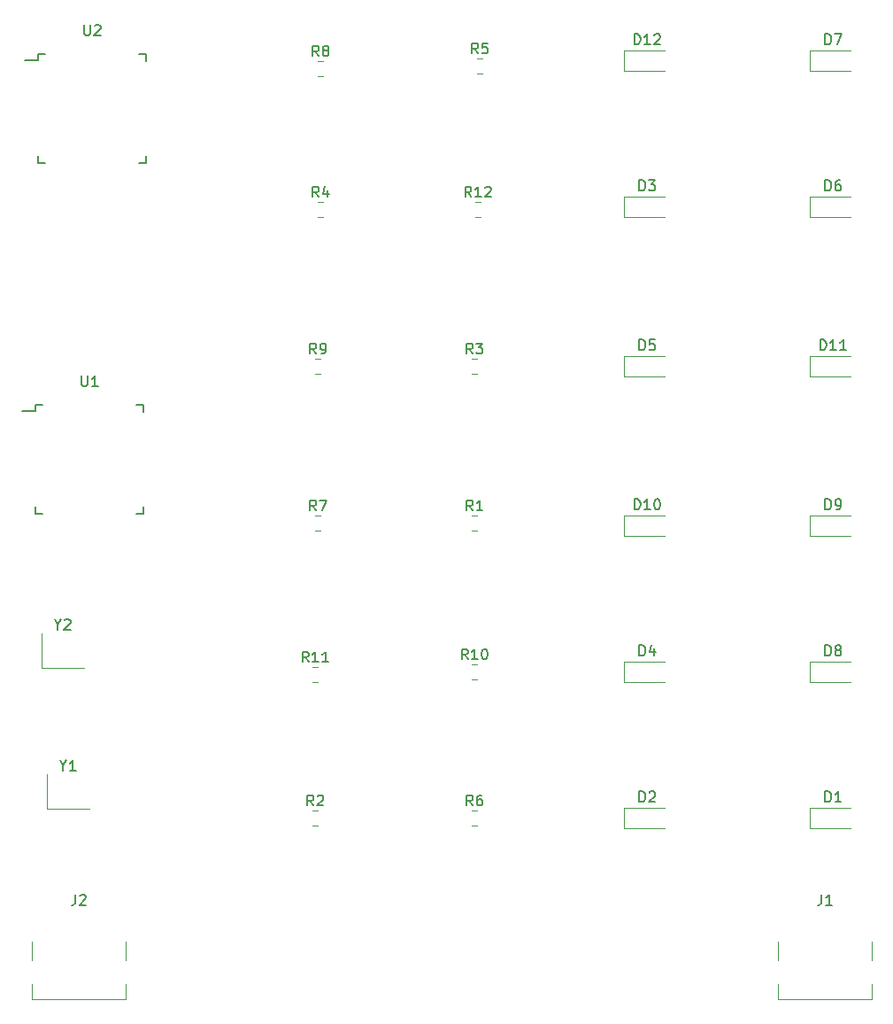
<source format=gbr>
G04 #@! TF.GenerationSoftware,KiCad,Pcbnew,(5.1.4)-1*
G04 #@! TF.CreationDate,2022-12-24T01:49:45-08:00*
G04 #@! TF.ProjectId,SMD-Solder-Practice-Board,534d442d-536f-46c6-9465-722d50726163,rev?*
G04 #@! TF.SameCoordinates,Original*
G04 #@! TF.FileFunction,Legend,Top*
G04 #@! TF.FilePolarity,Positive*
%FSLAX46Y46*%
G04 Gerber Fmt 4.6, Leading zero omitted, Abs format (unit mm)*
G04 Created by KiCad (PCBNEW (5.1.4)-1) date 2022-12-24 01:49:45*
%MOMM*%
%LPD*%
G04 APERTURE LIST*
%ADD10C,0.120000*%
%ADD11C,0.150000*%
G04 APERTURE END LIST*
D10*
X123480000Y-52340000D02*
X127380000Y-52340000D01*
X123480000Y-54340000D02*
X127380000Y-54340000D01*
X123480000Y-52340000D02*
X123480000Y-54340000D01*
X141260000Y-81550000D02*
X145160000Y-81550000D01*
X141260000Y-83550000D02*
X145160000Y-83550000D01*
X141260000Y-81550000D02*
X141260000Y-83550000D01*
X123480000Y-96790000D02*
X127380000Y-96790000D01*
X123480000Y-98790000D02*
X127380000Y-98790000D01*
X123480000Y-96790000D02*
X123480000Y-98790000D01*
X141260000Y-96790000D02*
X145160000Y-96790000D01*
X141260000Y-98790000D02*
X145160000Y-98790000D01*
X141260000Y-96790000D02*
X141260000Y-98790000D01*
X141260000Y-110760000D02*
X145160000Y-110760000D01*
X141260000Y-112760000D02*
X145160000Y-112760000D01*
X141260000Y-110760000D02*
X141260000Y-112760000D01*
X141260000Y-52340000D02*
X145160000Y-52340000D01*
X141260000Y-54340000D02*
X145160000Y-54340000D01*
X141260000Y-52340000D02*
X141260000Y-54340000D01*
X141260000Y-66310000D02*
X145160000Y-66310000D01*
X141260000Y-68310000D02*
X145160000Y-68310000D01*
X141260000Y-66310000D02*
X141260000Y-68310000D01*
X123480000Y-81550000D02*
X127380000Y-81550000D01*
X123480000Y-83550000D02*
X127380000Y-83550000D01*
X123480000Y-81550000D02*
X123480000Y-83550000D01*
X123480000Y-110760000D02*
X127380000Y-110760000D01*
X123480000Y-112760000D02*
X127380000Y-112760000D01*
X123480000Y-110760000D02*
X123480000Y-112760000D01*
X123480000Y-66310000D02*
X127380000Y-66310000D01*
X123480000Y-68310000D02*
X127380000Y-68310000D01*
X123480000Y-66310000D02*
X123480000Y-68310000D01*
X123480000Y-124730000D02*
X127380000Y-124730000D01*
X123480000Y-126730000D02*
X127380000Y-126730000D01*
X123480000Y-124730000D02*
X123480000Y-126730000D01*
X141260000Y-124730000D02*
X145160000Y-124730000D01*
X141260000Y-126730000D02*
X145160000Y-126730000D01*
X141260000Y-124730000D02*
X141260000Y-126730000D01*
X67850000Y-111378000D02*
X71850000Y-111378000D01*
X67850000Y-108078000D02*
X67850000Y-111378000D01*
X68358000Y-124840000D02*
X72358000Y-124840000D01*
X68358000Y-121540000D02*
X68358000Y-124840000D01*
D11*
X67469000Y-53312000D02*
X66194000Y-53312000D01*
X77819000Y-52737000D02*
X77144000Y-52737000D01*
X77819000Y-63087000D02*
X77144000Y-63087000D01*
X67469000Y-63087000D02*
X68144000Y-63087000D01*
X67469000Y-52737000D02*
X68144000Y-52737000D01*
X67469000Y-63087000D02*
X67469000Y-62412000D01*
X77819000Y-63087000D02*
X77819000Y-62412000D01*
X77819000Y-52737000D02*
X77819000Y-53412000D01*
X67469000Y-52737000D02*
X67469000Y-53312000D01*
X67215000Y-86840000D02*
X65940000Y-86840000D01*
X77565000Y-86265000D02*
X76890000Y-86265000D01*
X77565000Y-96615000D02*
X76890000Y-96615000D01*
X67215000Y-96615000D02*
X67890000Y-96615000D01*
X67215000Y-86265000D02*
X67890000Y-86265000D01*
X67215000Y-96615000D02*
X67215000Y-95940000D01*
X77565000Y-96615000D02*
X77565000Y-95940000D01*
X77565000Y-86265000D02*
X77565000Y-86940000D01*
X67215000Y-86265000D02*
X67215000Y-86840000D01*
D10*
X109293922Y-68274000D02*
X109811078Y-68274000D01*
X109293922Y-66854000D02*
X109811078Y-66854000D01*
X93721422Y-112724000D02*
X94238578Y-112724000D01*
X93721422Y-111304000D02*
X94238578Y-111304000D01*
X108961422Y-112470000D02*
X109478578Y-112470000D01*
X108961422Y-111050000D02*
X109478578Y-111050000D01*
X93975422Y-83260000D02*
X94492578Y-83260000D01*
X93975422Y-81840000D02*
X94492578Y-81840000D01*
X94229422Y-54812000D02*
X94746578Y-54812000D01*
X94229422Y-53392000D02*
X94746578Y-53392000D01*
X93975422Y-98246000D02*
X94492578Y-98246000D01*
X93975422Y-96826000D02*
X94492578Y-96826000D01*
X108961422Y-126440000D02*
X109478578Y-126440000D01*
X108961422Y-125020000D02*
X109478578Y-125020000D01*
X109469422Y-54558000D02*
X109986578Y-54558000D01*
X109469422Y-53138000D02*
X109986578Y-53138000D01*
X94229422Y-68274000D02*
X94746578Y-68274000D01*
X94229422Y-66854000D02*
X94746578Y-66854000D01*
X108961422Y-83260000D02*
X109478578Y-83260000D01*
X108961422Y-81840000D02*
X109478578Y-81840000D01*
X93721422Y-126440000D02*
X94238578Y-126440000D01*
X93721422Y-125020000D02*
X94238578Y-125020000D01*
X108961422Y-98246000D02*
X109478578Y-98246000D01*
X108961422Y-96826000D02*
X109478578Y-96826000D01*
X66904000Y-137506000D02*
X66904000Y-139306000D01*
X66904000Y-143016000D02*
X66904000Y-141556000D01*
X75844000Y-143016000D02*
X75844000Y-141556000D01*
X75844000Y-137506000D02*
X75844000Y-139306000D01*
X75844000Y-143016000D02*
X66904000Y-143016000D01*
X138278000Y-137506000D02*
X138278000Y-139306000D01*
X138278000Y-143016000D02*
X138278000Y-141556000D01*
X147218000Y-143016000D02*
X147218000Y-141556000D01*
X147218000Y-137506000D02*
X147218000Y-139306000D01*
X147218000Y-143016000D02*
X138278000Y-143016000D01*
D11*
X124515714Y-51792380D02*
X124515714Y-50792380D01*
X124753809Y-50792380D01*
X124896666Y-50840000D01*
X124991904Y-50935238D01*
X125039523Y-51030476D01*
X125087142Y-51220952D01*
X125087142Y-51363809D01*
X125039523Y-51554285D01*
X124991904Y-51649523D01*
X124896666Y-51744761D01*
X124753809Y-51792380D01*
X124515714Y-51792380D01*
X126039523Y-51792380D02*
X125468095Y-51792380D01*
X125753809Y-51792380D02*
X125753809Y-50792380D01*
X125658571Y-50935238D01*
X125563333Y-51030476D01*
X125468095Y-51078095D01*
X126420476Y-50887619D02*
X126468095Y-50840000D01*
X126563333Y-50792380D01*
X126801428Y-50792380D01*
X126896666Y-50840000D01*
X126944285Y-50887619D01*
X126991904Y-50982857D01*
X126991904Y-51078095D01*
X126944285Y-51220952D01*
X126372857Y-51792380D01*
X126991904Y-51792380D01*
X142295714Y-81002380D02*
X142295714Y-80002380D01*
X142533809Y-80002380D01*
X142676666Y-80050000D01*
X142771904Y-80145238D01*
X142819523Y-80240476D01*
X142867142Y-80430952D01*
X142867142Y-80573809D01*
X142819523Y-80764285D01*
X142771904Y-80859523D01*
X142676666Y-80954761D01*
X142533809Y-81002380D01*
X142295714Y-81002380D01*
X143819523Y-81002380D02*
X143248095Y-81002380D01*
X143533809Y-81002380D02*
X143533809Y-80002380D01*
X143438571Y-80145238D01*
X143343333Y-80240476D01*
X143248095Y-80288095D01*
X144771904Y-81002380D02*
X144200476Y-81002380D01*
X144486190Y-81002380D02*
X144486190Y-80002380D01*
X144390952Y-80145238D01*
X144295714Y-80240476D01*
X144200476Y-80288095D01*
X124515714Y-96242380D02*
X124515714Y-95242380D01*
X124753809Y-95242380D01*
X124896666Y-95290000D01*
X124991904Y-95385238D01*
X125039523Y-95480476D01*
X125087142Y-95670952D01*
X125087142Y-95813809D01*
X125039523Y-96004285D01*
X124991904Y-96099523D01*
X124896666Y-96194761D01*
X124753809Y-96242380D01*
X124515714Y-96242380D01*
X126039523Y-96242380D02*
X125468095Y-96242380D01*
X125753809Y-96242380D02*
X125753809Y-95242380D01*
X125658571Y-95385238D01*
X125563333Y-95480476D01*
X125468095Y-95528095D01*
X126658571Y-95242380D02*
X126753809Y-95242380D01*
X126849047Y-95290000D01*
X126896666Y-95337619D01*
X126944285Y-95432857D01*
X126991904Y-95623333D01*
X126991904Y-95861428D01*
X126944285Y-96051904D01*
X126896666Y-96147142D01*
X126849047Y-96194761D01*
X126753809Y-96242380D01*
X126658571Y-96242380D01*
X126563333Y-96194761D01*
X126515714Y-96147142D01*
X126468095Y-96051904D01*
X126420476Y-95861428D01*
X126420476Y-95623333D01*
X126468095Y-95432857D01*
X126515714Y-95337619D01*
X126563333Y-95290000D01*
X126658571Y-95242380D01*
X142771904Y-96242380D02*
X142771904Y-95242380D01*
X143010000Y-95242380D01*
X143152857Y-95290000D01*
X143248095Y-95385238D01*
X143295714Y-95480476D01*
X143343333Y-95670952D01*
X143343333Y-95813809D01*
X143295714Y-96004285D01*
X143248095Y-96099523D01*
X143152857Y-96194761D01*
X143010000Y-96242380D01*
X142771904Y-96242380D01*
X143819523Y-96242380D02*
X144010000Y-96242380D01*
X144105238Y-96194761D01*
X144152857Y-96147142D01*
X144248095Y-96004285D01*
X144295714Y-95813809D01*
X144295714Y-95432857D01*
X144248095Y-95337619D01*
X144200476Y-95290000D01*
X144105238Y-95242380D01*
X143914761Y-95242380D01*
X143819523Y-95290000D01*
X143771904Y-95337619D01*
X143724285Y-95432857D01*
X143724285Y-95670952D01*
X143771904Y-95766190D01*
X143819523Y-95813809D01*
X143914761Y-95861428D01*
X144105238Y-95861428D01*
X144200476Y-95813809D01*
X144248095Y-95766190D01*
X144295714Y-95670952D01*
X142771904Y-110212380D02*
X142771904Y-109212380D01*
X143010000Y-109212380D01*
X143152857Y-109260000D01*
X143248095Y-109355238D01*
X143295714Y-109450476D01*
X143343333Y-109640952D01*
X143343333Y-109783809D01*
X143295714Y-109974285D01*
X143248095Y-110069523D01*
X143152857Y-110164761D01*
X143010000Y-110212380D01*
X142771904Y-110212380D01*
X143914761Y-109640952D02*
X143819523Y-109593333D01*
X143771904Y-109545714D01*
X143724285Y-109450476D01*
X143724285Y-109402857D01*
X143771904Y-109307619D01*
X143819523Y-109260000D01*
X143914761Y-109212380D01*
X144105238Y-109212380D01*
X144200476Y-109260000D01*
X144248095Y-109307619D01*
X144295714Y-109402857D01*
X144295714Y-109450476D01*
X144248095Y-109545714D01*
X144200476Y-109593333D01*
X144105238Y-109640952D01*
X143914761Y-109640952D01*
X143819523Y-109688571D01*
X143771904Y-109736190D01*
X143724285Y-109831428D01*
X143724285Y-110021904D01*
X143771904Y-110117142D01*
X143819523Y-110164761D01*
X143914761Y-110212380D01*
X144105238Y-110212380D01*
X144200476Y-110164761D01*
X144248095Y-110117142D01*
X144295714Y-110021904D01*
X144295714Y-109831428D01*
X144248095Y-109736190D01*
X144200476Y-109688571D01*
X144105238Y-109640952D01*
X142771904Y-51792380D02*
X142771904Y-50792380D01*
X143010000Y-50792380D01*
X143152857Y-50840000D01*
X143248095Y-50935238D01*
X143295714Y-51030476D01*
X143343333Y-51220952D01*
X143343333Y-51363809D01*
X143295714Y-51554285D01*
X143248095Y-51649523D01*
X143152857Y-51744761D01*
X143010000Y-51792380D01*
X142771904Y-51792380D01*
X143676666Y-50792380D02*
X144343333Y-50792380D01*
X143914761Y-51792380D01*
X142771904Y-65762380D02*
X142771904Y-64762380D01*
X143010000Y-64762380D01*
X143152857Y-64810000D01*
X143248095Y-64905238D01*
X143295714Y-65000476D01*
X143343333Y-65190952D01*
X143343333Y-65333809D01*
X143295714Y-65524285D01*
X143248095Y-65619523D01*
X143152857Y-65714761D01*
X143010000Y-65762380D01*
X142771904Y-65762380D01*
X144200476Y-64762380D02*
X144010000Y-64762380D01*
X143914761Y-64810000D01*
X143867142Y-64857619D01*
X143771904Y-65000476D01*
X143724285Y-65190952D01*
X143724285Y-65571904D01*
X143771904Y-65667142D01*
X143819523Y-65714761D01*
X143914761Y-65762380D01*
X144105238Y-65762380D01*
X144200476Y-65714761D01*
X144248095Y-65667142D01*
X144295714Y-65571904D01*
X144295714Y-65333809D01*
X144248095Y-65238571D01*
X144200476Y-65190952D01*
X144105238Y-65143333D01*
X143914761Y-65143333D01*
X143819523Y-65190952D01*
X143771904Y-65238571D01*
X143724285Y-65333809D01*
X124991904Y-81002380D02*
X124991904Y-80002380D01*
X125230000Y-80002380D01*
X125372857Y-80050000D01*
X125468095Y-80145238D01*
X125515714Y-80240476D01*
X125563333Y-80430952D01*
X125563333Y-80573809D01*
X125515714Y-80764285D01*
X125468095Y-80859523D01*
X125372857Y-80954761D01*
X125230000Y-81002380D01*
X124991904Y-81002380D01*
X126468095Y-80002380D02*
X125991904Y-80002380D01*
X125944285Y-80478571D01*
X125991904Y-80430952D01*
X126087142Y-80383333D01*
X126325238Y-80383333D01*
X126420476Y-80430952D01*
X126468095Y-80478571D01*
X126515714Y-80573809D01*
X126515714Y-80811904D01*
X126468095Y-80907142D01*
X126420476Y-80954761D01*
X126325238Y-81002380D01*
X126087142Y-81002380D01*
X125991904Y-80954761D01*
X125944285Y-80907142D01*
X124991904Y-110212380D02*
X124991904Y-109212380D01*
X125230000Y-109212380D01*
X125372857Y-109260000D01*
X125468095Y-109355238D01*
X125515714Y-109450476D01*
X125563333Y-109640952D01*
X125563333Y-109783809D01*
X125515714Y-109974285D01*
X125468095Y-110069523D01*
X125372857Y-110164761D01*
X125230000Y-110212380D01*
X124991904Y-110212380D01*
X126420476Y-109545714D02*
X126420476Y-110212380D01*
X126182380Y-109164761D02*
X125944285Y-109879047D01*
X126563333Y-109879047D01*
X124991904Y-65762380D02*
X124991904Y-64762380D01*
X125230000Y-64762380D01*
X125372857Y-64810000D01*
X125468095Y-64905238D01*
X125515714Y-65000476D01*
X125563333Y-65190952D01*
X125563333Y-65333809D01*
X125515714Y-65524285D01*
X125468095Y-65619523D01*
X125372857Y-65714761D01*
X125230000Y-65762380D01*
X124991904Y-65762380D01*
X125896666Y-64762380D02*
X126515714Y-64762380D01*
X126182380Y-65143333D01*
X126325238Y-65143333D01*
X126420476Y-65190952D01*
X126468095Y-65238571D01*
X126515714Y-65333809D01*
X126515714Y-65571904D01*
X126468095Y-65667142D01*
X126420476Y-65714761D01*
X126325238Y-65762380D01*
X126039523Y-65762380D01*
X125944285Y-65714761D01*
X125896666Y-65667142D01*
X124991904Y-124182380D02*
X124991904Y-123182380D01*
X125230000Y-123182380D01*
X125372857Y-123230000D01*
X125468095Y-123325238D01*
X125515714Y-123420476D01*
X125563333Y-123610952D01*
X125563333Y-123753809D01*
X125515714Y-123944285D01*
X125468095Y-124039523D01*
X125372857Y-124134761D01*
X125230000Y-124182380D01*
X124991904Y-124182380D01*
X125944285Y-123277619D02*
X125991904Y-123230000D01*
X126087142Y-123182380D01*
X126325238Y-123182380D01*
X126420476Y-123230000D01*
X126468095Y-123277619D01*
X126515714Y-123372857D01*
X126515714Y-123468095D01*
X126468095Y-123610952D01*
X125896666Y-124182380D01*
X126515714Y-124182380D01*
X142771904Y-124182380D02*
X142771904Y-123182380D01*
X143010000Y-123182380D01*
X143152857Y-123230000D01*
X143248095Y-123325238D01*
X143295714Y-123420476D01*
X143343333Y-123610952D01*
X143343333Y-123753809D01*
X143295714Y-123944285D01*
X143248095Y-124039523D01*
X143152857Y-124134761D01*
X143010000Y-124182380D01*
X142771904Y-124182380D01*
X144295714Y-124182380D02*
X143724285Y-124182380D01*
X144010000Y-124182380D02*
X144010000Y-123182380D01*
X143914761Y-123325238D01*
X143819523Y-123420476D01*
X143724285Y-123468095D01*
X69373809Y-107254190D02*
X69373809Y-107730380D01*
X69040476Y-106730380D02*
X69373809Y-107254190D01*
X69707142Y-106730380D01*
X69992857Y-106825619D02*
X70040476Y-106778000D01*
X70135714Y-106730380D01*
X70373809Y-106730380D01*
X70469047Y-106778000D01*
X70516666Y-106825619D01*
X70564285Y-106920857D01*
X70564285Y-107016095D01*
X70516666Y-107158952D01*
X69945238Y-107730380D01*
X70564285Y-107730380D01*
X69881809Y-120716190D02*
X69881809Y-121192380D01*
X69548476Y-120192380D02*
X69881809Y-120716190D01*
X70215142Y-120192380D01*
X71072285Y-121192380D02*
X70500857Y-121192380D01*
X70786571Y-121192380D02*
X70786571Y-120192380D01*
X70691333Y-120335238D01*
X70596095Y-120430476D01*
X70500857Y-120478095D01*
X71882095Y-49914380D02*
X71882095Y-50723904D01*
X71929714Y-50819142D01*
X71977333Y-50866761D01*
X72072571Y-50914380D01*
X72263047Y-50914380D01*
X72358285Y-50866761D01*
X72405904Y-50819142D01*
X72453523Y-50723904D01*
X72453523Y-49914380D01*
X72882095Y-50009619D02*
X72929714Y-49962000D01*
X73024952Y-49914380D01*
X73263047Y-49914380D01*
X73358285Y-49962000D01*
X73405904Y-50009619D01*
X73453523Y-50104857D01*
X73453523Y-50200095D01*
X73405904Y-50342952D01*
X72834476Y-50914380D01*
X73453523Y-50914380D01*
X71628095Y-83442380D02*
X71628095Y-84251904D01*
X71675714Y-84347142D01*
X71723333Y-84394761D01*
X71818571Y-84442380D01*
X72009047Y-84442380D01*
X72104285Y-84394761D01*
X72151904Y-84347142D01*
X72199523Y-84251904D01*
X72199523Y-83442380D01*
X73199523Y-84442380D02*
X72628095Y-84442380D01*
X72913809Y-84442380D02*
X72913809Y-83442380D01*
X72818571Y-83585238D01*
X72723333Y-83680476D01*
X72628095Y-83728095D01*
X108909642Y-66366380D02*
X108576309Y-65890190D01*
X108338214Y-66366380D02*
X108338214Y-65366380D01*
X108719166Y-65366380D01*
X108814404Y-65414000D01*
X108862023Y-65461619D01*
X108909642Y-65556857D01*
X108909642Y-65699714D01*
X108862023Y-65794952D01*
X108814404Y-65842571D01*
X108719166Y-65890190D01*
X108338214Y-65890190D01*
X109862023Y-66366380D02*
X109290595Y-66366380D01*
X109576309Y-66366380D02*
X109576309Y-65366380D01*
X109481071Y-65509238D01*
X109385833Y-65604476D01*
X109290595Y-65652095D01*
X110242976Y-65461619D02*
X110290595Y-65414000D01*
X110385833Y-65366380D01*
X110623928Y-65366380D01*
X110719166Y-65414000D01*
X110766785Y-65461619D01*
X110814404Y-65556857D01*
X110814404Y-65652095D01*
X110766785Y-65794952D01*
X110195357Y-66366380D01*
X110814404Y-66366380D01*
X93337142Y-110816380D02*
X93003809Y-110340190D01*
X92765714Y-110816380D02*
X92765714Y-109816380D01*
X93146666Y-109816380D01*
X93241904Y-109864000D01*
X93289523Y-109911619D01*
X93337142Y-110006857D01*
X93337142Y-110149714D01*
X93289523Y-110244952D01*
X93241904Y-110292571D01*
X93146666Y-110340190D01*
X92765714Y-110340190D01*
X94289523Y-110816380D02*
X93718095Y-110816380D01*
X94003809Y-110816380D02*
X94003809Y-109816380D01*
X93908571Y-109959238D01*
X93813333Y-110054476D01*
X93718095Y-110102095D01*
X95241904Y-110816380D02*
X94670476Y-110816380D01*
X94956190Y-110816380D02*
X94956190Y-109816380D01*
X94860952Y-109959238D01*
X94765714Y-110054476D01*
X94670476Y-110102095D01*
X108577142Y-110562380D02*
X108243809Y-110086190D01*
X108005714Y-110562380D02*
X108005714Y-109562380D01*
X108386666Y-109562380D01*
X108481904Y-109610000D01*
X108529523Y-109657619D01*
X108577142Y-109752857D01*
X108577142Y-109895714D01*
X108529523Y-109990952D01*
X108481904Y-110038571D01*
X108386666Y-110086190D01*
X108005714Y-110086190D01*
X109529523Y-110562380D02*
X108958095Y-110562380D01*
X109243809Y-110562380D02*
X109243809Y-109562380D01*
X109148571Y-109705238D01*
X109053333Y-109800476D01*
X108958095Y-109848095D01*
X110148571Y-109562380D02*
X110243809Y-109562380D01*
X110339047Y-109610000D01*
X110386666Y-109657619D01*
X110434285Y-109752857D01*
X110481904Y-109943333D01*
X110481904Y-110181428D01*
X110434285Y-110371904D01*
X110386666Y-110467142D01*
X110339047Y-110514761D01*
X110243809Y-110562380D01*
X110148571Y-110562380D01*
X110053333Y-110514761D01*
X110005714Y-110467142D01*
X109958095Y-110371904D01*
X109910476Y-110181428D01*
X109910476Y-109943333D01*
X109958095Y-109752857D01*
X110005714Y-109657619D01*
X110053333Y-109610000D01*
X110148571Y-109562380D01*
X94067333Y-81352380D02*
X93734000Y-80876190D01*
X93495904Y-81352380D02*
X93495904Y-80352380D01*
X93876857Y-80352380D01*
X93972095Y-80400000D01*
X94019714Y-80447619D01*
X94067333Y-80542857D01*
X94067333Y-80685714D01*
X94019714Y-80780952D01*
X93972095Y-80828571D01*
X93876857Y-80876190D01*
X93495904Y-80876190D01*
X94543523Y-81352380D02*
X94734000Y-81352380D01*
X94829238Y-81304761D01*
X94876857Y-81257142D01*
X94972095Y-81114285D01*
X95019714Y-80923809D01*
X95019714Y-80542857D01*
X94972095Y-80447619D01*
X94924476Y-80400000D01*
X94829238Y-80352380D01*
X94638761Y-80352380D01*
X94543523Y-80400000D01*
X94495904Y-80447619D01*
X94448285Y-80542857D01*
X94448285Y-80780952D01*
X94495904Y-80876190D01*
X94543523Y-80923809D01*
X94638761Y-80971428D01*
X94829238Y-80971428D01*
X94924476Y-80923809D01*
X94972095Y-80876190D01*
X95019714Y-80780952D01*
X94321333Y-52904380D02*
X93988000Y-52428190D01*
X93749904Y-52904380D02*
X93749904Y-51904380D01*
X94130857Y-51904380D01*
X94226095Y-51952000D01*
X94273714Y-51999619D01*
X94321333Y-52094857D01*
X94321333Y-52237714D01*
X94273714Y-52332952D01*
X94226095Y-52380571D01*
X94130857Y-52428190D01*
X93749904Y-52428190D01*
X94892761Y-52332952D02*
X94797523Y-52285333D01*
X94749904Y-52237714D01*
X94702285Y-52142476D01*
X94702285Y-52094857D01*
X94749904Y-51999619D01*
X94797523Y-51952000D01*
X94892761Y-51904380D01*
X95083238Y-51904380D01*
X95178476Y-51952000D01*
X95226095Y-51999619D01*
X95273714Y-52094857D01*
X95273714Y-52142476D01*
X95226095Y-52237714D01*
X95178476Y-52285333D01*
X95083238Y-52332952D01*
X94892761Y-52332952D01*
X94797523Y-52380571D01*
X94749904Y-52428190D01*
X94702285Y-52523428D01*
X94702285Y-52713904D01*
X94749904Y-52809142D01*
X94797523Y-52856761D01*
X94892761Y-52904380D01*
X95083238Y-52904380D01*
X95178476Y-52856761D01*
X95226095Y-52809142D01*
X95273714Y-52713904D01*
X95273714Y-52523428D01*
X95226095Y-52428190D01*
X95178476Y-52380571D01*
X95083238Y-52332952D01*
X94067333Y-96338380D02*
X93734000Y-95862190D01*
X93495904Y-96338380D02*
X93495904Y-95338380D01*
X93876857Y-95338380D01*
X93972095Y-95386000D01*
X94019714Y-95433619D01*
X94067333Y-95528857D01*
X94067333Y-95671714D01*
X94019714Y-95766952D01*
X93972095Y-95814571D01*
X93876857Y-95862190D01*
X93495904Y-95862190D01*
X94400666Y-95338380D02*
X95067333Y-95338380D01*
X94638761Y-96338380D01*
X109053333Y-124532380D02*
X108720000Y-124056190D01*
X108481904Y-124532380D02*
X108481904Y-123532380D01*
X108862857Y-123532380D01*
X108958095Y-123580000D01*
X109005714Y-123627619D01*
X109053333Y-123722857D01*
X109053333Y-123865714D01*
X109005714Y-123960952D01*
X108958095Y-124008571D01*
X108862857Y-124056190D01*
X108481904Y-124056190D01*
X109910476Y-123532380D02*
X109720000Y-123532380D01*
X109624761Y-123580000D01*
X109577142Y-123627619D01*
X109481904Y-123770476D01*
X109434285Y-123960952D01*
X109434285Y-124341904D01*
X109481904Y-124437142D01*
X109529523Y-124484761D01*
X109624761Y-124532380D01*
X109815238Y-124532380D01*
X109910476Y-124484761D01*
X109958095Y-124437142D01*
X110005714Y-124341904D01*
X110005714Y-124103809D01*
X109958095Y-124008571D01*
X109910476Y-123960952D01*
X109815238Y-123913333D01*
X109624761Y-123913333D01*
X109529523Y-123960952D01*
X109481904Y-124008571D01*
X109434285Y-124103809D01*
X109561333Y-52650380D02*
X109228000Y-52174190D01*
X108989904Y-52650380D02*
X108989904Y-51650380D01*
X109370857Y-51650380D01*
X109466095Y-51698000D01*
X109513714Y-51745619D01*
X109561333Y-51840857D01*
X109561333Y-51983714D01*
X109513714Y-52078952D01*
X109466095Y-52126571D01*
X109370857Y-52174190D01*
X108989904Y-52174190D01*
X110466095Y-51650380D02*
X109989904Y-51650380D01*
X109942285Y-52126571D01*
X109989904Y-52078952D01*
X110085142Y-52031333D01*
X110323238Y-52031333D01*
X110418476Y-52078952D01*
X110466095Y-52126571D01*
X110513714Y-52221809D01*
X110513714Y-52459904D01*
X110466095Y-52555142D01*
X110418476Y-52602761D01*
X110323238Y-52650380D01*
X110085142Y-52650380D01*
X109989904Y-52602761D01*
X109942285Y-52555142D01*
X94321333Y-66366380D02*
X93988000Y-65890190D01*
X93749904Y-66366380D02*
X93749904Y-65366380D01*
X94130857Y-65366380D01*
X94226095Y-65414000D01*
X94273714Y-65461619D01*
X94321333Y-65556857D01*
X94321333Y-65699714D01*
X94273714Y-65794952D01*
X94226095Y-65842571D01*
X94130857Y-65890190D01*
X93749904Y-65890190D01*
X95178476Y-65699714D02*
X95178476Y-66366380D01*
X94940380Y-65318761D02*
X94702285Y-66033047D01*
X95321333Y-66033047D01*
X109053333Y-81352380D02*
X108720000Y-80876190D01*
X108481904Y-81352380D02*
X108481904Y-80352380D01*
X108862857Y-80352380D01*
X108958095Y-80400000D01*
X109005714Y-80447619D01*
X109053333Y-80542857D01*
X109053333Y-80685714D01*
X109005714Y-80780952D01*
X108958095Y-80828571D01*
X108862857Y-80876190D01*
X108481904Y-80876190D01*
X109386666Y-80352380D02*
X110005714Y-80352380D01*
X109672380Y-80733333D01*
X109815238Y-80733333D01*
X109910476Y-80780952D01*
X109958095Y-80828571D01*
X110005714Y-80923809D01*
X110005714Y-81161904D01*
X109958095Y-81257142D01*
X109910476Y-81304761D01*
X109815238Y-81352380D01*
X109529523Y-81352380D01*
X109434285Y-81304761D01*
X109386666Y-81257142D01*
X93813333Y-124532380D02*
X93480000Y-124056190D01*
X93241904Y-124532380D02*
X93241904Y-123532380D01*
X93622857Y-123532380D01*
X93718095Y-123580000D01*
X93765714Y-123627619D01*
X93813333Y-123722857D01*
X93813333Y-123865714D01*
X93765714Y-123960952D01*
X93718095Y-124008571D01*
X93622857Y-124056190D01*
X93241904Y-124056190D01*
X94194285Y-123627619D02*
X94241904Y-123580000D01*
X94337142Y-123532380D01*
X94575238Y-123532380D01*
X94670476Y-123580000D01*
X94718095Y-123627619D01*
X94765714Y-123722857D01*
X94765714Y-123818095D01*
X94718095Y-123960952D01*
X94146666Y-124532380D01*
X94765714Y-124532380D01*
X109053333Y-96338380D02*
X108720000Y-95862190D01*
X108481904Y-96338380D02*
X108481904Y-95338380D01*
X108862857Y-95338380D01*
X108958095Y-95386000D01*
X109005714Y-95433619D01*
X109053333Y-95528857D01*
X109053333Y-95671714D01*
X109005714Y-95766952D01*
X108958095Y-95814571D01*
X108862857Y-95862190D01*
X108481904Y-95862190D01*
X110005714Y-96338380D02*
X109434285Y-96338380D01*
X109720000Y-96338380D02*
X109720000Y-95338380D01*
X109624761Y-95481238D01*
X109529523Y-95576476D01*
X109434285Y-95624095D01*
X71040666Y-133048380D02*
X71040666Y-133762666D01*
X70993047Y-133905523D01*
X70897809Y-134000761D01*
X70754952Y-134048380D01*
X70659714Y-134048380D01*
X71469238Y-133143619D02*
X71516857Y-133096000D01*
X71612095Y-133048380D01*
X71850190Y-133048380D01*
X71945428Y-133096000D01*
X71993047Y-133143619D01*
X72040666Y-133238857D01*
X72040666Y-133334095D01*
X71993047Y-133476952D01*
X71421619Y-134048380D01*
X72040666Y-134048380D01*
X142414666Y-133048380D02*
X142414666Y-133762666D01*
X142367047Y-133905523D01*
X142271809Y-134000761D01*
X142128952Y-134048380D01*
X142033714Y-134048380D01*
X143414666Y-134048380D02*
X142843238Y-134048380D01*
X143128952Y-134048380D02*
X143128952Y-133048380D01*
X143033714Y-133191238D01*
X142938476Y-133286476D01*
X142843238Y-133334095D01*
M02*

</source>
